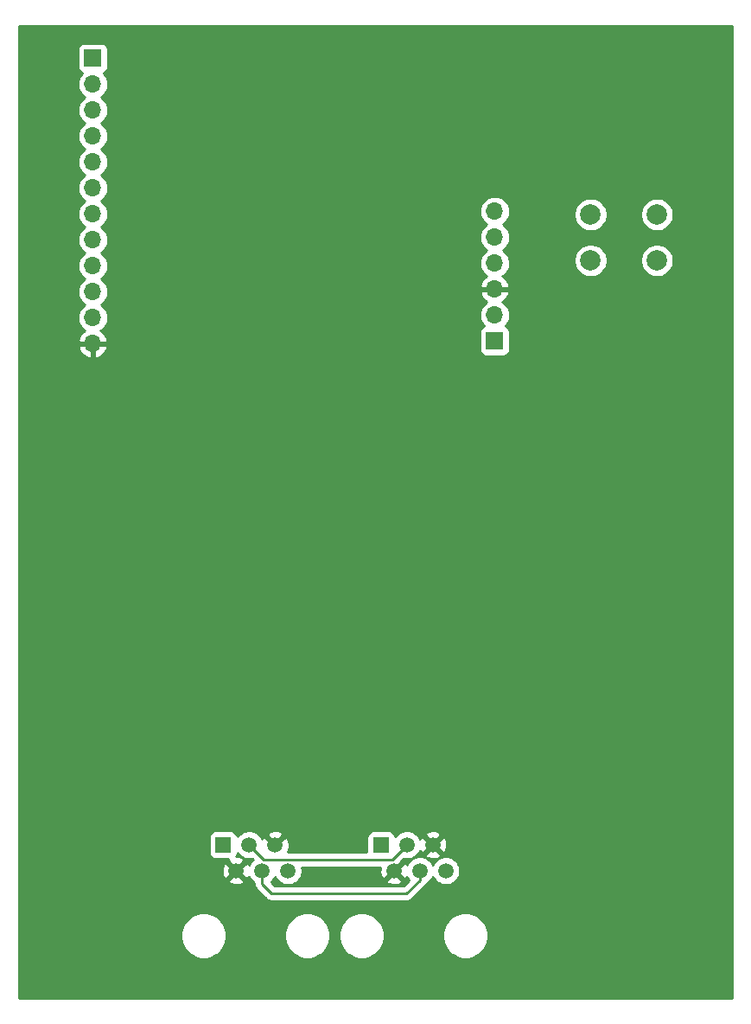
<source format=gbr>
G04 #@! TF.GenerationSoftware,KiCad,Pcbnew,(5.1.2)-2*
G04 #@! TF.CreationDate,2019-10-26T17:19:00+01:00*
G04 #@! TF.ProjectId,canbus_boiler_switch,63616e62-7573-45f6-926f-696c65725f73,rev?*
G04 #@! TF.SameCoordinates,Original*
G04 #@! TF.FileFunction,Copper,L2,Bot*
G04 #@! TF.FilePolarity,Positive*
%FSLAX46Y46*%
G04 Gerber Fmt 4.6, Leading zero omitted, Abs format (unit mm)*
G04 Created by KiCad (PCBNEW (5.1.2)-2) date 2019-10-26 17:19:00*
%MOMM*%
%LPD*%
G04 APERTURE LIST*
%ADD10R,1.520000X1.520000*%
%ADD11C,1.520000*%
%ADD12C,2.000000*%
%ADD13O,1.700000X1.700000*%
%ADD14R,1.700000X1.700000*%
%ADD15C,0.800000*%
%ADD16C,0.250000*%
%ADD17C,0.254000*%
G04 APERTURE END LIST*
D10*
X63820000Y-200214000D03*
D11*
X65090000Y-202754000D03*
X66360000Y-200214000D03*
X67630000Y-202754000D03*
X68900000Y-200214000D03*
X70170000Y-202754000D03*
D10*
X79290000Y-200214000D03*
D11*
X80560000Y-202754000D03*
X81830000Y-200214000D03*
X83100000Y-202754000D03*
X84370000Y-200214000D03*
X85640000Y-202754000D03*
D12*
X99822000Y-143002000D03*
X99822000Y-138502000D03*
X106322000Y-143002000D03*
X106322000Y-138502000D03*
D13*
X51054000Y-151130000D03*
X51054000Y-148590000D03*
X51054000Y-146050000D03*
X51054000Y-143510000D03*
X51054000Y-140970000D03*
X51054000Y-138430000D03*
X51054000Y-135890000D03*
X51054000Y-133350000D03*
X51054000Y-130810000D03*
X51054000Y-128270000D03*
X51054000Y-125730000D03*
D14*
X51054000Y-123190000D03*
D13*
X90424000Y-138176000D03*
X90424000Y-140716000D03*
X90424000Y-143256000D03*
X90424000Y-145796000D03*
X90424000Y-148336000D03*
D14*
X90424000Y-150876000D03*
D15*
X76708000Y-195326000D03*
X78994000Y-195326000D03*
X81280000Y-195326000D03*
X68580000Y-163576000D03*
X68580000Y-165100000D03*
D16*
X81070001Y-200973999D02*
X81830000Y-200214000D01*
X80375001Y-201668999D02*
X81070001Y-200973999D01*
X67814999Y-201668999D02*
X80375001Y-201668999D01*
X66360000Y-200214000D02*
X67814999Y-201668999D01*
X83100000Y-203666000D02*
X83100000Y-202754000D01*
X81788000Y-204978000D02*
X83100000Y-203666000D01*
X68580000Y-204978000D02*
X81788000Y-204978000D01*
X67630000Y-202754000D02*
X67630000Y-204028000D01*
X67630000Y-204028000D02*
X68580000Y-204978000D01*
D17*
G36*
X113640001Y-215240000D02*
G01*
X43840000Y-215240000D01*
X43840000Y-208881409D01*
X59650000Y-208881409D01*
X59650000Y-209326591D01*
X59736851Y-209763218D01*
X59907214Y-210174511D01*
X60154544Y-210544666D01*
X60469334Y-210859456D01*
X60839489Y-211106786D01*
X61250782Y-211277149D01*
X61687409Y-211364000D01*
X62132591Y-211364000D01*
X62569218Y-211277149D01*
X62980511Y-211106786D01*
X63350666Y-210859456D01*
X63665456Y-210544666D01*
X63912786Y-210174511D01*
X64083149Y-209763218D01*
X64170000Y-209326591D01*
X64170000Y-208881409D01*
X69810000Y-208881409D01*
X69810000Y-209326591D01*
X69896851Y-209763218D01*
X70067214Y-210174511D01*
X70314544Y-210544666D01*
X70629334Y-210859456D01*
X70999489Y-211106786D01*
X71410782Y-211277149D01*
X71847409Y-211364000D01*
X72292591Y-211364000D01*
X72729218Y-211277149D01*
X73140511Y-211106786D01*
X73510666Y-210859456D01*
X73825456Y-210544666D01*
X74072786Y-210174511D01*
X74243149Y-209763218D01*
X74330000Y-209326591D01*
X74330000Y-208881409D01*
X75120000Y-208881409D01*
X75120000Y-209326591D01*
X75206851Y-209763218D01*
X75377214Y-210174511D01*
X75624544Y-210544666D01*
X75939334Y-210859456D01*
X76309489Y-211106786D01*
X76720782Y-211277149D01*
X77157409Y-211364000D01*
X77602591Y-211364000D01*
X78039218Y-211277149D01*
X78450511Y-211106786D01*
X78820666Y-210859456D01*
X79135456Y-210544666D01*
X79382786Y-210174511D01*
X79553149Y-209763218D01*
X79640000Y-209326591D01*
X79640000Y-208881409D01*
X85280000Y-208881409D01*
X85280000Y-209326591D01*
X85366851Y-209763218D01*
X85537214Y-210174511D01*
X85784544Y-210544666D01*
X86099334Y-210859456D01*
X86469489Y-211106786D01*
X86880782Y-211277149D01*
X87317409Y-211364000D01*
X87762591Y-211364000D01*
X88199218Y-211277149D01*
X88610511Y-211106786D01*
X88980666Y-210859456D01*
X89295456Y-210544666D01*
X89542786Y-210174511D01*
X89713149Y-209763218D01*
X89800000Y-209326591D01*
X89800000Y-208881409D01*
X89713149Y-208444782D01*
X89542786Y-208033489D01*
X89295456Y-207663334D01*
X88980666Y-207348544D01*
X88610511Y-207101214D01*
X88199218Y-206930851D01*
X87762591Y-206844000D01*
X87317409Y-206844000D01*
X86880782Y-206930851D01*
X86469489Y-207101214D01*
X86099334Y-207348544D01*
X85784544Y-207663334D01*
X85537214Y-208033489D01*
X85366851Y-208444782D01*
X85280000Y-208881409D01*
X79640000Y-208881409D01*
X79553149Y-208444782D01*
X79382786Y-208033489D01*
X79135456Y-207663334D01*
X78820666Y-207348544D01*
X78450511Y-207101214D01*
X78039218Y-206930851D01*
X77602591Y-206844000D01*
X77157409Y-206844000D01*
X76720782Y-206930851D01*
X76309489Y-207101214D01*
X75939334Y-207348544D01*
X75624544Y-207663334D01*
X75377214Y-208033489D01*
X75206851Y-208444782D01*
X75120000Y-208881409D01*
X74330000Y-208881409D01*
X74243149Y-208444782D01*
X74072786Y-208033489D01*
X73825456Y-207663334D01*
X73510666Y-207348544D01*
X73140511Y-207101214D01*
X72729218Y-206930851D01*
X72292591Y-206844000D01*
X71847409Y-206844000D01*
X71410782Y-206930851D01*
X70999489Y-207101214D01*
X70629334Y-207348544D01*
X70314544Y-207663334D01*
X70067214Y-208033489D01*
X69896851Y-208444782D01*
X69810000Y-208881409D01*
X64170000Y-208881409D01*
X64083149Y-208444782D01*
X63912786Y-208033489D01*
X63665456Y-207663334D01*
X63350666Y-207348544D01*
X62980511Y-207101214D01*
X62569218Y-206930851D01*
X62132591Y-206844000D01*
X61687409Y-206844000D01*
X61250782Y-206930851D01*
X60839489Y-207101214D01*
X60469334Y-207348544D01*
X60154544Y-207663334D01*
X59907214Y-208033489D01*
X59736851Y-208444782D01*
X59650000Y-208881409D01*
X43840000Y-208881409D01*
X43840000Y-203718137D01*
X64305469Y-203718137D01*
X64372206Y-203958025D01*
X64620892Y-204074924D01*
X64887606Y-204141061D01*
X65162097Y-204153895D01*
X65433817Y-204112931D01*
X65692326Y-204019744D01*
X65807794Y-203958025D01*
X65874531Y-203718137D01*
X65090000Y-202933605D01*
X64305469Y-203718137D01*
X43840000Y-203718137D01*
X43840000Y-202826097D01*
X63690105Y-202826097D01*
X63731069Y-203097817D01*
X63824256Y-203356326D01*
X63885975Y-203471794D01*
X64125863Y-203538531D01*
X64910395Y-202754000D01*
X64125863Y-201969469D01*
X63885975Y-202036206D01*
X63769076Y-202284892D01*
X63702939Y-202551606D01*
X63690105Y-202826097D01*
X43840000Y-202826097D01*
X43840000Y-199454000D01*
X62421928Y-199454000D01*
X62421928Y-200974000D01*
X62434188Y-201098482D01*
X62470498Y-201218180D01*
X62529463Y-201328494D01*
X62608815Y-201425185D01*
X62705506Y-201504537D01*
X62815820Y-201563502D01*
X62935518Y-201599812D01*
X63060000Y-201612072D01*
X64354931Y-201612072D01*
X64305469Y-201789863D01*
X65090000Y-202574395D01*
X65874531Y-201789863D01*
X65807794Y-201549975D01*
X65559108Y-201433076D01*
X65292394Y-201366939D01*
X65086872Y-201357330D01*
X65110537Y-201328494D01*
X65169502Y-201218180D01*
X65205812Y-201098482D01*
X65214474Y-201010533D01*
X65276433Y-201103261D01*
X65470739Y-201297567D01*
X65699220Y-201450233D01*
X65953093Y-201555391D01*
X66222604Y-201609000D01*
X66497396Y-201609000D01*
X66649870Y-201578671D01*
X66741274Y-201670076D01*
X66740739Y-201670433D01*
X66546433Y-201864739D01*
X66393767Y-202093220D01*
X66362170Y-202169501D01*
X66355744Y-202151674D01*
X66294025Y-202036206D01*
X66054137Y-201969469D01*
X65269605Y-202754000D01*
X66054137Y-203538531D01*
X66294025Y-203471794D01*
X66359600Y-203332293D01*
X66393767Y-203414780D01*
X66546433Y-203643261D01*
X66740739Y-203837567D01*
X66870001Y-203923937D01*
X66870001Y-203990668D01*
X66866324Y-204028000D01*
X66870001Y-204065333D01*
X66880998Y-204176986D01*
X66893439Y-204218000D01*
X66924454Y-204320246D01*
X66995026Y-204452276D01*
X67066201Y-204539002D01*
X67090000Y-204568001D01*
X67118998Y-204591799D01*
X68016201Y-205489003D01*
X68039999Y-205518001D01*
X68068997Y-205541799D01*
X68155723Y-205612974D01*
X68287753Y-205683546D01*
X68431014Y-205727003D01*
X68542667Y-205738000D01*
X68542677Y-205738000D01*
X68580000Y-205741676D01*
X68617323Y-205738000D01*
X81750678Y-205738000D01*
X81788000Y-205741676D01*
X81825322Y-205738000D01*
X81825333Y-205738000D01*
X81936986Y-205727003D01*
X82080247Y-205683546D01*
X82212276Y-205612974D01*
X82328001Y-205518001D01*
X82351804Y-205488997D01*
X83611004Y-204229798D01*
X83640001Y-204206001D01*
X83734974Y-204090276D01*
X83803821Y-203961474D01*
X83989261Y-203837567D01*
X84183567Y-203643261D01*
X84336233Y-203414780D01*
X84370000Y-203333260D01*
X84403767Y-203414780D01*
X84556433Y-203643261D01*
X84750739Y-203837567D01*
X84979220Y-203990233D01*
X85233093Y-204095391D01*
X85502604Y-204149000D01*
X85777396Y-204149000D01*
X86046907Y-204095391D01*
X86300780Y-203990233D01*
X86529261Y-203837567D01*
X86723567Y-203643261D01*
X86876233Y-203414780D01*
X86981391Y-203160907D01*
X87035000Y-202891396D01*
X87035000Y-202616604D01*
X86981391Y-202347093D01*
X86876233Y-202093220D01*
X86723567Y-201864739D01*
X86529261Y-201670433D01*
X86300780Y-201517767D01*
X86046907Y-201412609D01*
X85777396Y-201359000D01*
X85502604Y-201359000D01*
X85233093Y-201412609D01*
X84979220Y-201517767D01*
X84750739Y-201670433D01*
X84556433Y-201864739D01*
X84403767Y-202093220D01*
X84370000Y-202174740D01*
X84336233Y-202093220D01*
X84183567Y-201864739D01*
X83989261Y-201670433D01*
X83760780Y-201517767D01*
X83506907Y-201412609D01*
X83237396Y-201359000D01*
X82962604Y-201359000D01*
X82693093Y-201412609D01*
X82439220Y-201517767D01*
X82210739Y-201670433D01*
X82016433Y-201864739D01*
X81863767Y-202093220D01*
X81832170Y-202169501D01*
X81825744Y-202151674D01*
X81764025Y-202036206D01*
X81524137Y-201969469D01*
X80739605Y-202754000D01*
X81524137Y-203538531D01*
X81764025Y-203471794D01*
X81829600Y-203332293D01*
X81863767Y-203414780D01*
X82016433Y-203643261D01*
X82032185Y-203659013D01*
X81473199Y-204218000D01*
X68894802Y-204218000D01*
X68516328Y-203839527D01*
X68519261Y-203837567D01*
X68713567Y-203643261D01*
X68866233Y-203414780D01*
X68900000Y-203333260D01*
X68933767Y-203414780D01*
X69086433Y-203643261D01*
X69280739Y-203837567D01*
X69509220Y-203990233D01*
X69763093Y-204095391D01*
X70032604Y-204149000D01*
X70307396Y-204149000D01*
X70576907Y-204095391D01*
X70830780Y-203990233D01*
X71059261Y-203837567D01*
X71178691Y-203718137D01*
X79775469Y-203718137D01*
X79842206Y-203958025D01*
X80090892Y-204074924D01*
X80357606Y-204141061D01*
X80632097Y-204153895D01*
X80903817Y-204112931D01*
X81162326Y-204019744D01*
X81277794Y-203958025D01*
X81344531Y-203718137D01*
X80560000Y-202933605D01*
X79775469Y-203718137D01*
X71178691Y-203718137D01*
X71253567Y-203643261D01*
X71406233Y-203414780D01*
X71511391Y-203160907D01*
X71565000Y-202891396D01*
X71565000Y-202616604D01*
X71527683Y-202428999D01*
X79203342Y-202428999D01*
X79172939Y-202551606D01*
X79160105Y-202826097D01*
X79201069Y-203097817D01*
X79294256Y-203356326D01*
X79355975Y-203471794D01*
X79595863Y-203538531D01*
X80380395Y-202754000D01*
X80366253Y-202739858D01*
X80545858Y-202560252D01*
X80560000Y-202574395D01*
X81344531Y-201789863D01*
X81341137Y-201777665D01*
X81540131Y-201578671D01*
X81692604Y-201609000D01*
X81967396Y-201609000D01*
X82236907Y-201555391D01*
X82490780Y-201450233D01*
X82719261Y-201297567D01*
X82838691Y-201178137D01*
X83585469Y-201178137D01*
X83652206Y-201418025D01*
X83900892Y-201534924D01*
X84167606Y-201601061D01*
X84442097Y-201613895D01*
X84713817Y-201572931D01*
X84972326Y-201479744D01*
X85087794Y-201418025D01*
X85154531Y-201178137D01*
X84370000Y-200393605D01*
X83585469Y-201178137D01*
X82838691Y-201178137D01*
X82913567Y-201103261D01*
X83066233Y-200874780D01*
X83097830Y-200798499D01*
X83104256Y-200816326D01*
X83165975Y-200931794D01*
X83405863Y-200998531D01*
X84190395Y-200214000D01*
X84549605Y-200214000D01*
X85334137Y-200998531D01*
X85574025Y-200931794D01*
X85690924Y-200683108D01*
X85757061Y-200416394D01*
X85769895Y-200141903D01*
X85728931Y-199870183D01*
X85635744Y-199611674D01*
X85574025Y-199496206D01*
X85334137Y-199429469D01*
X84549605Y-200214000D01*
X84190395Y-200214000D01*
X83405863Y-199429469D01*
X83165975Y-199496206D01*
X83100400Y-199635707D01*
X83066233Y-199553220D01*
X82913567Y-199324739D01*
X82838691Y-199249863D01*
X83585469Y-199249863D01*
X84370000Y-200034395D01*
X85154531Y-199249863D01*
X85087794Y-199009975D01*
X84839108Y-198893076D01*
X84572394Y-198826939D01*
X84297903Y-198814105D01*
X84026183Y-198855069D01*
X83767674Y-198948256D01*
X83652206Y-199009975D01*
X83585469Y-199249863D01*
X82838691Y-199249863D01*
X82719261Y-199130433D01*
X82490780Y-198977767D01*
X82236907Y-198872609D01*
X81967396Y-198819000D01*
X81692604Y-198819000D01*
X81423093Y-198872609D01*
X81169220Y-198977767D01*
X80940739Y-199130433D01*
X80746433Y-199324739D01*
X80684474Y-199417467D01*
X80675812Y-199329518D01*
X80639502Y-199209820D01*
X80580537Y-199099506D01*
X80501185Y-199002815D01*
X80404494Y-198923463D01*
X80294180Y-198864498D01*
X80174482Y-198828188D01*
X80050000Y-198815928D01*
X78530000Y-198815928D01*
X78405518Y-198828188D01*
X78285820Y-198864498D01*
X78175506Y-198923463D01*
X78078815Y-199002815D01*
X77999463Y-199099506D01*
X77940498Y-199209820D01*
X77904188Y-199329518D01*
X77891928Y-199454000D01*
X77891928Y-200908999D01*
X70114740Y-200908999D01*
X70220924Y-200683108D01*
X70287061Y-200416394D01*
X70299895Y-200141903D01*
X70258931Y-199870183D01*
X70165744Y-199611674D01*
X70104025Y-199496206D01*
X69864137Y-199429469D01*
X69079605Y-200214000D01*
X69093748Y-200228142D01*
X68914142Y-200407748D01*
X68900000Y-200393605D01*
X68885858Y-200407748D01*
X68706252Y-200228142D01*
X68720395Y-200214000D01*
X67935863Y-199429469D01*
X67695975Y-199496206D01*
X67630400Y-199635707D01*
X67596233Y-199553220D01*
X67443567Y-199324739D01*
X67368691Y-199249863D01*
X68115469Y-199249863D01*
X68900000Y-200034395D01*
X69684531Y-199249863D01*
X69617794Y-199009975D01*
X69369108Y-198893076D01*
X69102394Y-198826939D01*
X68827903Y-198814105D01*
X68556183Y-198855069D01*
X68297674Y-198948256D01*
X68182206Y-199009975D01*
X68115469Y-199249863D01*
X67368691Y-199249863D01*
X67249261Y-199130433D01*
X67020780Y-198977767D01*
X66766907Y-198872609D01*
X66497396Y-198819000D01*
X66222604Y-198819000D01*
X65953093Y-198872609D01*
X65699220Y-198977767D01*
X65470739Y-199130433D01*
X65276433Y-199324739D01*
X65214474Y-199417467D01*
X65205812Y-199329518D01*
X65169502Y-199209820D01*
X65110537Y-199099506D01*
X65031185Y-199002815D01*
X64934494Y-198923463D01*
X64824180Y-198864498D01*
X64704482Y-198828188D01*
X64580000Y-198815928D01*
X63060000Y-198815928D01*
X62935518Y-198828188D01*
X62815820Y-198864498D01*
X62705506Y-198923463D01*
X62608815Y-199002815D01*
X62529463Y-199099506D01*
X62470498Y-199209820D01*
X62434188Y-199329518D01*
X62421928Y-199454000D01*
X43840000Y-199454000D01*
X43840000Y-151486890D01*
X49612524Y-151486890D01*
X49657175Y-151634099D01*
X49782359Y-151896920D01*
X49956412Y-152130269D01*
X50172645Y-152325178D01*
X50422748Y-152474157D01*
X50697109Y-152571481D01*
X50927000Y-152450814D01*
X50927000Y-151257000D01*
X51181000Y-151257000D01*
X51181000Y-152450814D01*
X51410891Y-152571481D01*
X51685252Y-152474157D01*
X51935355Y-152325178D01*
X52151588Y-152130269D01*
X52325641Y-151896920D01*
X52450825Y-151634099D01*
X52495476Y-151486890D01*
X52374155Y-151257000D01*
X51181000Y-151257000D01*
X50927000Y-151257000D01*
X49733845Y-151257000D01*
X49612524Y-151486890D01*
X43840000Y-151486890D01*
X43840000Y-125730000D01*
X49561815Y-125730000D01*
X49590487Y-126021111D01*
X49675401Y-126301034D01*
X49813294Y-126559014D01*
X49998866Y-126785134D01*
X50224986Y-126970706D01*
X50279791Y-127000000D01*
X50224986Y-127029294D01*
X49998866Y-127214866D01*
X49813294Y-127440986D01*
X49675401Y-127698966D01*
X49590487Y-127978889D01*
X49561815Y-128270000D01*
X49590487Y-128561111D01*
X49675401Y-128841034D01*
X49813294Y-129099014D01*
X49998866Y-129325134D01*
X50224986Y-129510706D01*
X50279791Y-129540000D01*
X50224986Y-129569294D01*
X49998866Y-129754866D01*
X49813294Y-129980986D01*
X49675401Y-130238966D01*
X49590487Y-130518889D01*
X49561815Y-130810000D01*
X49590487Y-131101111D01*
X49675401Y-131381034D01*
X49813294Y-131639014D01*
X49998866Y-131865134D01*
X50224986Y-132050706D01*
X50279791Y-132080000D01*
X50224986Y-132109294D01*
X49998866Y-132294866D01*
X49813294Y-132520986D01*
X49675401Y-132778966D01*
X49590487Y-133058889D01*
X49561815Y-133350000D01*
X49590487Y-133641111D01*
X49675401Y-133921034D01*
X49813294Y-134179014D01*
X49998866Y-134405134D01*
X50224986Y-134590706D01*
X50279791Y-134620000D01*
X50224986Y-134649294D01*
X49998866Y-134834866D01*
X49813294Y-135060986D01*
X49675401Y-135318966D01*
X49590487Y-135598889D01*
X49561815Y-135890000D01*
X49590487Y-136181111D01*
X49675401Y-136461034D01*
X49813294Y-136719014D01*
X49998866Y-136945134D01*
X50224986Y-137130706D01*
X50279791Y-137160000D01*
X50224986Y-137189294D01*
X49998866Y-137374866D01*
X49813294Y-137600986D01*
X49675401Y-137858966D01*
X49590487Y-138138889D01*
X49561815Y-138430000D01*
X49590487Y-138721111D01*
X49675401Y-139001034D01*
X49813294Y-139259014D01*
X49998866Y-139485134D01*
X50224986Y-139670706D01*
X50279791Y-139700000D01*
X50224986Y-139729294D01*
X49998866Y-139914866D01*
X49813294Y-140140986D01*
X49675401Y-140398966D01*
X49590487Y-140678889D01*
X49561815Y-140970000D01*
X49590487Y-141261111D01*
X49675401Y-141541034D01*
X49813294Y-141799014D01*
X49998866Y-142025134D01*
X50224986Y-142210706D01*
X50279791Y-142240000D01*
X50224986Y-142269294D01*
X49998866Y-142454866D01*
X49813294Y-142680986D01*
X49675401Y-142938966D01*
X49590487Y-143218889D01*
X49561815Y-143510000D01*
X49590487Y-143801111D01*
X49675401Y-144081034D01*
X49813294Y-144339014D01*
X49998866Y-144565134D01*
X50224986Y-144750706D01*
X50279791Y-144780000D01*
X50224986Y-144809294D01*
X49998866Y-144994866D01*
X49813294Y-145220986D01*
X49675401Y-145478966D01*
X49590487Y-145758889D01*
X49561815Y-146050000D01*
X49590487Y-146341111D01*
X49675401Y-146621034D01*
X49813294Y-146879014D01*
X49998866Y-147105134D01*
X50224986Y-147290706D01*
X50279791Y-147320000D01*
X50224986Y-147349294D01*
X49998866Y-147534866D01*
X49813294Y-147760986D01*
X49675401Y-148018966D01*
X49590487Y-148298889D01*
X49561815Y-148590000D01*
X49590487Y-148881111D01*
X49675401Y-149161034D01*
X49813294Y-149419014D01*
X49998866Y-149645134D01*
X50224986Y-149830706D01*
X50289523Y-149865201D01*
X50172645Y-149934822D01*
X49956412Y-150129731D01*
X49782359Y-150363080D01*
X49657175Y-150625901D01*
X49612524Y-150773110D01*
X49733845Y-151003000D01*
X50927000Y-151003000D01*
X50927000Y-150983000D01*
X51181000Y-150983000D01*
X51181000Y-151003000D01*
X52374155Y-151003000D01*
X52495476Y-150773110D01*
X52450825Y-150625901D01*
X52325641Y-150363080D01*
X52151588Y-150129731D01*
X51935355Y-149934822D01*
X51818477Y-149865201D01*
X51883014Y-149830706D01*
X52109134Y-149645134D01*
X52294706Y-149419014D01*
X52432599Y-149161034D01*
X52517513Y-148881111D01*
X52546185Y-148590000D01*
X52521169Y-148336000D01*
X88931815Y-148336000D01*
X88960487Y-148627111D01*
X89045401Y-148907034D01*
X89183294Y-149165014D01*
X89368866Y-149391134D01*
X89398687Y-149415607D01*
X89329820Y-149436498D01*
X89219506Y-149495463D01*
X89122815Y-149574815D01*
X89043463Y-149671506D01*
X88984498Y-149781820D01*
X88948188Y-149901518D01*
X88935928Y-150026000D01*
X88935928Y-151726000D01*
X88948188Y-151850482D01*
X88984498Y-151970180D01*
X89043463Y-152080494D01*
X89122815Y-152177185D01*
X89219506Y-152256537D01*
X89329820Y-152315502D01*
X89449518Y-152351812D01*
X89574000Y-152364072D01*
X91274000Y-152364072D01*
X91398482Y-152351812D01*
X91518180Y-152315502D01*
X91628494Y-152256537D01*
X91725185Y-152177185D01*
X91804537Y-152080494D01*
X91863502Y-151970180D01*
X91899812Y-151850482D01*
X91912072Y-151726000D01*
X91912072Y-150026000D01*
X91899812Y-149901518D01*
X91863502Y-149781820D01*
X91804537Y-149671506D01*
X91725185Y-149574815D01*
X91628494Y-149495463D01*
X91518180Y-149436498D01*
X91449313Y-149415607D01*
X91479134Y-149391134D01*
X91664706Y-149165014D01*
X91802599Y-148907034D01*
X91887513Y-148627111D01*
X91916185Y-148336000D01*
X91887513Y-148044889D01*
X91802599Y-147764966D01*
X91664706Y-147506986D01*
X91479134Y-147280866D01*
X91253014Y-147095294D01*
X91188477Y-147060799D01*
X91305355Y-146991178D01*
X91521588Y-146796269D01*
X91695641Y-146562920D01*
X91820825Y-146300099D01*
X91865476Y-146152890D01*
X91744155Y-145923000D01*
X90551000Y-145923000D01*
X90551000Y-145943000D01*
X90297000Y-145943000D01*
X90297000Y-145923000D01*
X89103845Y-145923000D01*
X88982524Y-146152890D01*
X89027175Y-146300099D01*
X89152359Y-146562920D01*
X89326412Y-146796269D01*
X89542645Y-146991178D01*
X89659523Y-147060799D01*
X89594986Y-147095294D01*
X89368866Y-147280866D01*
X89183294Y-147506986D01*
X89045401Y-147764966D01*
X88960487Y-148044889D01*
X88931815Y-148336000D01*
X52521169Y-148336000D01*
X52517513Y-148298889D01*
X52432599Y-148018966D01*
X52294706Y-147760986D01*
X52109134Y-147534866D01*
X51883014Y-147349294D01*
X51828209Y-147320000D01*
X51883014Y-147290706D01*
X52109134Y-147105134D01*
X52294706Y-146879014D01*
X52432599Y-146621034D01*
X52517513Y-146341111D01*
X52546185Y-146050000D01*
X52517513Y-145758889D01*
X52432599Y-145478966D01*
X52294706Y-145220986D01*
X52109134Y-144994866D01*
X51883014Y-144809294D01*
X51828209Y-144780000D01*
X51883014Y-144750706D01*
X52109134Y-144565134D01*
X52294706Y-144339014D01*
X52432599Y-144081034D01*
X52517513Y-143801111D01*
X52546185Y-143510000D01*
X52517513Y-143218889D01*
X52432599Y-142938966D01*
X52294706Y-142680986D01*
X52109134Y-142454866D01*
X51883014Y-142269294D01*
X51828209Y-142240000D01*
X51883014Y-142210706D01*
X52109134Y-142025134D01*
X52294706Y-141799014D01*
X52432599Y-141541034D01*
X52517513Y-141261111D01*
X52546185Y-140970000D01*
X52517513Y-140678889D01*
X52432599Y-140398966D01*
X52294706Y-140140986D01*
X52109134Y-139914866D01*
X51883014Y-139729294D01*
X51828209Y-139700000D01*
X51883014Y-139670706D01*
X52109134Y-139485134D01*
X52294706Y-139259014D01*
X52432599Y-139001034D01*
X52517513Y-138721111D01*
X52546185Y-138430000D01*
X52521169Y-138176000D01*
X88931815Y-138176000D01*
X88960487Y-138467111D01*
X89045401Y-138747034D01*
X89183294Y-139005014D01*
X89368866Y-139231134D01*
X89594986Y-139416706D01*
X89649791Y-139446000D01*
X89594986Y-139475294D01*
X89368866Y-139660866D01*
X89183294Y-139886986D01*
X89045401Y-140144966D01*
X88960487Y-140424889D01*
X88931815Y-140716000D01*
X88960487Y-141007111D01*
X89045401Y-141287034D01*
X89183294Y-141545014D01*
X89368866Y-141771134D01*
X89594986Y-141956706D01*
X89649791Y-141986000D01*
X89594986Y-142015294D01*
X89368866Y-142200866D01*
X89183294Y-142426986D01*
X89045401Y-142684966D01*
X88960487Y-142964889D01*
X88931815Y-143256000D01*
X88960487Y-143547111D01*
X89045401Y-143827034D01*
X89183294Y-144085014D01*
X89368866Y-144311134D01*
X89594986Y-144496706D01*
X89659523Y-144531201D01*
X89542645Y-144600822D01*
X89326412Y-144795731D01*
X89152359Y-145029080D01*
X89027175Y-145291901D01*
X88982524Y-145439110D01*
X89103845Y-145669000D01*
X90297000Y-145669000D01*
X90297000Y-145649000D01*
X90551000Y-145649000D01*
X90551000Y-145669000D01*
X91744155Y-145669000D01*
X91865476Y-145439110D01*
X91820825Y-145291901D01*
X91695641Y-145029080D01*
X91521588Y-144795731D01*
X91305355Y-144600822D01*
X91188477Y-144531201D01*
X91253014Y-144496706D01*
X91479134Y-144311134D01*
X91664706Y-144085014D01*
X91802599Y-143827034D01*
X91887513Y-143547111D01*
X91916185Y-143256000D01*
X91887513Y-142964889D01*
X91849922Y-142840967D01*
X98187000Y-142840967D01*
X98187000Y-143163033D01*
X98249832Y-143478912D01*
X98373082Y-143776463D01*
X98552013Y-144044252D01*
X98779748Y-144271987D01*
X99047537Y-144450918D01*
X99345088Y-144574168D01*
X99660967Y-144637000D01*
X99983033Y-144637000D01*
X100298912Y-144574168D01*
X100596463Y-144450918D01*
X100864252Y-144271987D01*
X101091987Y-144044252D01*
X101270918Y-143776463D01*
X101394168Y-143478912D01*
X101457000Y-143163033D01*
X101457000Y-142840967D01*
X104687000Y-142840967D01*
X104687000Y-143163033D01*
X104749832Y-143478912D01*
X104873082Y-143776463D01*
X105052013Y-144044252D01*
X105279748Y-144271987D01*
X105547537Y-144450918D01*
X105845088Y-144574168D01*
X106160967Y-144637000D01*
X106483033Y-144637000D01*
X106798912Y-144574168D01*
X107096463Y-144450918D01*
X107364252Y-144271987D01*
X107591987Y-144044252D01*
X107770918Y-143776463D01*
X107894168Y-143478912D01*
X107957000Y-143163033D01*
X107957000Y-142840967D01*
X107894168Y-142525088D01*
X107770918Y-142227537D01*
X107591987Y-141959748D01*
X107364252Y-141732013D01*
X107096463Y-141553082D01*
X106798912Y-141429832D01*
X106483033Y-141367000D01*
X106160967Y-141367000D01*
X105845088Y-141429832D01*
X105547537Y-141553082D01*
X105279748Y-141732013D01*
X105052013Y-141959748D01*
X104873082Y-142227537D01*
X104749832Y-142525088D01*
X104687000Y-142840967D01*
X101457000Y-142840967D01*
X101394168Y-142525088D01*
X101270918Y-142227537D01*
X101091987Y-141959748D01*
X100864252Y-141732013D01*
X100596463Y-141553082D01*
X100298912Y-141429832D01*
X99983033Y-141367000D01*
X99660967Y-141367000D01*
X99345088Y-141429832D01*
X99047537Y-141553082D01*
X98779748Y-141732013D01*
X98552013Y-141959748D01*
X98373082Y-142227537D01*
X98249832Y-142525088D01*
X98187000Y-142840967D01*
X91849922Y-142840967D01*
X91802599Y-142684966D01*
X91664706Y-142426986D01*
X91479134Y-142200866D01*
X91253014Y-142015294D01*
X91198209Y-141986000D01*
X91253014Y-141956706D01*
X91479134Y-141771134D01*
X91664706Y-141545014D01*
X91802599Y-141287034D01*
X91887513Y-141007111D01*
X91916185Y-140716000D01*
X91887513Y-140424889D01*
X91802599Y-140144966D01*
X91664706Y-139886986D01*
X91479134Y-139660866D01*
X91253014Y-139475294D01*
X91198209Y-139446000D01*
X91253014Y-139416706D01*
X91479134Y-139231134D01*
X91664706Y-139005014D01*
X91802599Y-138747034D01*
X91887513Y-138467111D01*
X91899937Y-138340967D01*
X98187000Y-138340967D01*
X98187000Y-138663033D01*
X98249832Y-138978912D01*
X98373082Y-139276463D01*
X98552013Y-139544252D01*
X98779748Y-139771987D01*
X99047537Y-139950918D01*
X99345088Y-140074168D01*
X99660967Y-140137000D01*
X99983033Y-140137000D01*
X100298912Y-140074168D01*
X100596463Y-139950918D01*
X100864252Y-139771987D01*
X101091987Y-139544252D01*
X101270918Y-139276463D01*
X101394168Y-138978912D01*
X101457000Y-138663033D01*
X101457000Y-138340967D01*
X104687000Y-138340967D01*
X104687000Y-138663033D01*
X104749832Y-138978912D01*
X104873082Y-139276463D01*
X105052013Y-139544252D01*
X105279748Y-139771987D01*
X105547537Y-139950918D01*
X105845088Y-140074168D01*
X106160967Y-140137000D01*
X106483033Y-140137000D01*
X106798912Y-140074168D01*
X107096463Y-139950918D01*
X107364252Y-139771987D01*
X107591987Y-139544252D01*
X107770918Y-139276463D01*
X107894168Y-138978912D01*
X107957000Y-138663033D01*
X107957000Y-138340967D01*
X107894168Y-138025088D01*
X107770918Y-137727537D01*
X107591987Y-137459748D01*
X107364252Y-137232013D01*
X107096463Y-137053082D01*
X106798912Y-136929832D01*
X106483033Y-136867000D01*
X106160967Y-136867000D01*
X105845088Y-136929832D01*
X105547537Y-137053082D01*
X105279748Y-137232013D01*
X105052013Y-137459748D01*
X104873082Y-137727537D01*
X104749832Y-138025088D01*
X104687000Y-138340967D01*
X101457000Y-138340967D01*
X101394168Y-138025088D01*
X101270918Y-137727537D01*
X101091987Y-137459748D01*
X100864252Y-137232013D01*
X100596463Y-137053082D01*
X100298912Y-136929832D01*
X99983033Y-136867000D01*
X99660967Y-136867000D01*
X99345088Y-136929832D01*
X99047537Y-137053082D01*
X98779748Y-137232013D01*
X98552013Y-137459748D01*
X98373082Y-137727537D01*
X98249832Y-138025088D01*
X98187000Y-138340967D01*
X91899937Y-138340967D01*
X91916185Y-138176000D01*
X91887513Y-137884889D01*
X91802599Y-137604966D01*
X91664706Y-137346986D01*
X91479134Y-137120866D01*
X91253014Y-136935294D01*
X90995034Y-136797401D01*
X90715111Y-136712487D01*
X90496950Y-136691000D01*
X90351050Y-136691000D01*
X90132889Y-136712487D01*
X89852966Y-136797401D01*
X89594986Y-136935294D01*
X89368866Y-137120866D01*
X89183294Y-137346986D01*
X89045401Y-137604966D01*
X88960487Y-137884889D01*
X88931815Y-138176000D01*
X52521169Y-138176000D01*
X52517513Y-138138889D01*
X52432599Y-137858966D01*
X52294706Y-137600986D01*
X52109134Y-137374866D01*
X51883014Y-137189294D01*
X51828209Y-137160000D01*
X51883014Y-137130706D01*
X52109134Y-136945134D01*
X52294706Y-136719014D01*
X52432599Y-136461034D01*
X52517513Y-136181111D01*
X52546185Y-135890000D01*
X52517513Y-135598889D01*
X52432599Y-135318966D01*
X52294706Y-135060986D01*
X52109134Y-134834866D01*
X51883014Y-134649294D01*
X51828209Y-134620000D01*
X51883014Y-134590706D01*
X52109134Y-134405134D01*
X52294706Y-134179014D01*
X52432599Y-133921034D01*
X52517513Y-133641111D01*
X52546185Y-133350000D01*
X52517513Y-133058889D01*
X52432599Y-132778966D01*
X52294706Y-132520986D01*
X52109134Y-132294866D01*
X51883014Y-132109294D01*
X51828209Y-132080000D01*
X51883014Y-132050706D01*
X52109134Y-131865134D01*
X52294706Y-131639014D01*
X52432599Y-131381034D01*
X52517513Y-131101111D01*
X52546185Y-130810000D01*
X52517513Y-130518889D01*
X52432599Y-130238966D01*
X52294706Y-129980986D01*
X52109134Y-129754866D01*
X51883014Y-129569294D01*
X51828209Y-129540000D01*
X51883014Y-129510706D01*
X52109134Y-129325134D01*
X52294706Y-129099014D01*
X52432599Y-128841034D01*
X52517513Y-128561111D01*
X52546185Y-128270000D01*
X52517513Y-127978889D01*
X52432599Y-127698966D01*
X52294706Y-127440986D01*
X52109134Y-127214866D01*
X51883014Y-127029294D01*
X51828209Y-127000000D01*
X51883014Y-126970706D01*
X52109134Y-126785134D01*
X52294706Y-126559014D01*
X52432599Y-126301034D01*
X52517513Y-126021111D01*
X52546185Y-125730000D01*
X52517513Y-125438889D01*
X52432599Y-125158966D01*
X52294706Y-124900986D01*
X52109134Y-124674866D01*
X52079313Y-124650393D01*
X52148180Y-124629502D01*
X52258494Y-124570537D01*
X52355185Y-124491185D01*
X52434537Y-124394494D01*
X52493502Y-124284180D01*
X52529812Y-124164482D01*
X52542072Y-124040000D01*
X52542072Y-122340000D01*
X52529812Y-122215518D01*
X52493502Y-122095820D01*
X52434537Y-121985506D01*
X52355185Y-121888815D01*
X52258494Y-121809463D01*
X52148180Y-121750498D01*
X52028482Y-121714188D01*
X51904000Y-121701928D01*
X50204000Y-121701928D01*
X50079518Y-121714188D01*
X49959820Y-121750498D01*
X49849506Y-121809463D01*
X49752815Y-121888815D01*
X49673463Y-121985506D01*
X49614498Y-122095820D01*
X49578188Y-122215518D01*
X49565928Y-122340000D01*
X49565928Y-124040000D01*
X49578188Y-124164482D01*
X49614498Y-124284180D01*
X49673463Y-124394494D01*
X49752815Y-124491185D01*
X49849506Y-124570537D01*
X49959820Y-124629502D01*
X50028687Y-124650393D01*
X49998866Y-124674866D01*
X49813294Y-124900986D01*
X49675401Y-125158966D01*
X49590487Y-125438889D01*
X49561815Y-125730000D01*
X43840000Y-125730000D01*
X43840000Y-120040000D01*
X113640000Y-120040000D01*
X113640001Y-215240000D01*
X113640001Y-215240000D01*
G37*
X113640001Y-215240000D02*
X43840000Y-215240000D01*
X43840000Y-208881409D01*
X59650000Y-208881409D01*
X59650000Y-209326591D01*
X59736851Y-209763218D01*
X59907214Y-210174511D01*
X60154544Y-210544666D01*
X60469334Y-210859456D01*
X60839489Y-211106786D01*
X61250782Y-211277149D01*
X61687409Y-211364000D01*
X62132591Y-211364000D01*
X62569218Y-211277149D01*
X62980511Y-211106786D01*
X63350666Y-210859456D01*
X63665456Y-210544666D01*
X63912786Y-210174511D01*
X64083149Y-209763218D01*
X64170000Y-209326591D01*
X64170000Y-208881409D01*
X69810000Y-208881409D01*
X69810000Y-209326591D01*
X69896851Y-209763218D01*
X70067214Y-210174511D01*
X70314544Y-210544666D01*
X70629334Y-210859456D01*
X70999489Y-211106786D01*
X71410782Y-211277149D01*
X71847409Y-211364000D01*
X72292591Y-211364000D01*
X72729218Y-211277149D01*
X73140511Y-211106786D01*
X73510666Y-210859456D01*
X73825456Y-210544666D01*
X74072786Y-210174511D01*
X74243149Y-209763218D01*
X74330000Y-209326591D01*
X74330000Y-208881409D01*
X75120000Y-208881409D01*
X75120000Y-209326591D01*
X75206851Y-209763218D01*
X75377214Y-210174511D01*
X75624544Y-210544666D01*
X75939334Y-210859456D01*
X76309489Y-211106786D01*
X76720782Y-211277149D01*
X77157409Y-211364000D01*
X77602591Y-211364000D01*
X78039218Y-211277149D01*
X78450511Y-211106786D01*
X78820666Y-210859456D01*
X79135456Y-210544666D01*
X79382786Y-210174511D01*
X79553149Y-209763218D01*
X79640000Y-209326591D01*
X79640000Y-208881409D01*
X85280000Y-208881409D01*
X85280000Y-209326591D01*
X85366851Y-209763218D01*
X85537214Y-210174511D01*
X85784544Y-210544666D01*
X86099334Y-210859456D01*
X86469489Y-211106786D01*
X86880782Y-211277149D01*
X87317409Y-211364000D01*
X87762591Y-211364000D01*
X88199218Y-211277149D01*
X88610511Y-211106786D01*
X88980666Y-210859456D01*
X89295456Y-210544666D01*
X89542786Y-210174511D01*
X89713149Y-209763218D01*
X89800000Y-209326591D01*
X89800000Y-208881409D01*
X89713149Y-208444782D01*
X89542786Y-208033489D01*
X89295456Y-207663334D01*
X88980666Y-207348544D01*
X88610511Y-207101214D01*
X88199218Y-206930851D01*
X87762591Y-206844000D01*
X87317409Y-206844000D01*
X86880782Y-206930851D01*
X86469489Y-207101214D01*
X86099334Y-207348544D01*
X85784544Y-207663334D01*
X85537214Y-208033489D01*
X85366851Y-208444782D01*
X85280000Y-208881409D01*
X79640000Y-208881409D01*
X79553149Y-208444782D01*
X79382786Y-208033489D01*
X79135456Y-207663334D01*
X78820666Y-207348544D01*
X78450511Y-207101214D01*
X78039218Y-206930851D01*
X77602591Y-206844000D01*
X77157409Y-206844000D01*
X76720782Y-206930851D01*
X76309489Y-207101214D01*
X75939334Y-207348544D01*
X75624544Y-207663334D01*
X75377214Y-208033489D01*
X75206851Y-208444782D01*
X75120000Y-208881409D01*
X74330000Y-208881409D01*
X74243149Y-208444782D01*
X74072786Y-208033489D01*
X73825456Y-207663334D01*
X73510666Y-207348544D01*
X73140511Y-207101214D01*
X72729218Y-206930851D01*
X72292591Y-206844000D01*
X71847409Y-206844000D01*
X71410782Y-206930851D01*
X70999489Y-207101214D01*
X70629334Y-207348544D01*
X70314544Y-207663334D01*
X70067214Y-208033489D01*
X69896851Y-208444782D01*
X69810000Y-208881409D01*
X64170000Y-208881409D01*
X64083149Y-208444782D01*
X63912786Y-208033489D01*
X63665456Y-207663334D01*
X63350666Y-207348544D01*
X62980511Y-207101214D01*
X62569218Y-206930851D01*
X62132591Y-206844000D01*
X61687409Y-206844000D01*
X61250782Y-206930851D01*
X60839489Y-207101214D01*
X60469334Y-207348544D01*
X60154544Y-207663334D01*
X59907214Y-208033489D01*
X59736851Y-208444782D01*
X59650000Y-208881409D01*
X43840000Y-208881409D01*
X43840000Y-203718137D01*
X64305469Y-203718137D01*
X64372206Y-203958025D01*
X64620892Y-204074924D01*
X64887606Y-204141061D01*
X65162097Y-204153895D01*
X65433817Y-204112931D01*
X65692326Y-204019744D01*
X65807794Y-203958025D01*
X65874531Y-203718137D01*
X65090000Y-202933605D01*
X64305469Y-203718137D01*
X43840000Y-203718137D01*
X43840000Y-202826097D01*
X63690105Y-202826097D01*
X63731069Y-203097817D01*
X63824256Y-203356326D01*
X63885975Y-203471794D01*
X64125863Y-203538531D01*
X64910395Y-202754000D01*
X64125863Y-201969469D01*
X63885975Y-202036206D01*
X63769076Y-202284892D01*
X63702939Y-202551606D01*
X63690105Y-202826097D01*
X43840000Y-202826097D01*
X43840000Y-199454000D01*
X62421928Y-199454000D01*
X62421928Y-200974000D01*
X62434188Y-201098482D01*
X62470498Y-201218180D01*
X62529463Y-201328494D01*
X62608815Y-201425185D01*
X62705506Y-201504537D01*
X62815820Y-201563502D01*
X62935518Y-201599812D01*
X63060000Y-201612072D01*
X64354931Y-201612072D01*
X64305469Y-201789863D01*
X65090000Y-202574395D01*
X65874531Y-201789863D01*
X65807794Y-201549975D01*
X65559108Y-201433076D01*
X65292394Y-201366939D01*
X65086872Y-201357330D01*
X65110537Y-201328494D01*
X65169502Y-201218180D01*
X65205812Y-201098482D01*
X65214474Y-201010533D01*
X65276433Y-201103261D01*
X65470739Y-201297567D01*
X65699220Y-201450233D01*
X65953093Y-201555391D01*
X66222604Y-201609000D01*
X66497396Y-201609000D01*
X66649870Y-201578671D01*
X66741274Y-201670076D01*
X66740739Y-201670433D01*
X66546433Y-201864739D01*
X66393767Y-202093220D01*
X66362170Y-202169501D01*
X66355744Y-202151674D01*
X66294025Y-202036206D01*
X66054137Y-201969469D01*
X65269605Y-202754000D01*
X66054137Y-203538531D01*
X66294025Y-203471794D01*
X66359600Y-203332293D01*
X66393767Y-203414780D01*
X66546433Y-203643261D01*
X66740739Y-203837567D01*
X66870001Y-203923937D01*
X66870001Y-203990668D01*
X66866324Y-204028000D01*
X66870001Y-204065333D01*
X66880998Y-204176986D01*
X66893439Y-204218000D01*
X66924454Y-204320246D01*
X66995026Y-204452276D01*
X67066201Y-204539002D01*
X67090000Y-204568001D01*
X67118998Y-204591799D01*
X68016201Y-205489003D01*
X68039999Y-205518001D01*
X68068997Y-205541799D01*
X68155723Y-205612974D01*
X68287753Y-205683546D01*
X68431014Y-205727003D01*
X68542667Y-205738000D01*
X68542677Y-205738000D01*
X68580000Y-205741676D01*
X68617323Y-205738000D01*
X81750678Y-205738000D01*
X81788000Y-205741676D01*
X81825322Y-205738000D01*
X81825333Y-205738000D01*
X81936986Y-205727003D01*
X82080247Y-205683546D01*
X82212276Y-205612974D01*
X82328001Y-205518001D01*
X82351804Y-205488997D01*
X83611004Y-204229798D01*
X83640001Y-204206001D01*
X83734974Y-204090276D01*
X83803821Y-203961474D01*
X83989261Y-203837567D01*
X84183567Y-203643261D01*
X84336233Y-203414780D01*
X84370000Y-203333260D01*
X84403767Y-203414780D01*
X84556433Y-203643261D01*
X84750739Y-203837567D01*
X84979220Y-203990233D01*
X85233093Y-204095391D01*
X85502604Y-204149000D01*
X85777396Y-204149000D01*
X86046907Y-204095391D01*
X86300780Y-203990233D01*
X86529261Y-203837567D01*
X86723567Y-203643261D01*
X86876233Y-203414780D01*
X86981391Y-203160907D01*
X87035000Y-202891396D01*
X87035000Y-202616604D01*
X86981391Y-202347093D01*
X86876233Y-202093220D01*
X86723567Y-201864739D01*
X86529261Y-201670433D01*
X86300780Y-201517767D01*
X86046907Y-201412609D01*
X85777396Y-201359000D01*
X85502604Y-201359000D01*
X85233093Y-201412609D01*
X84979220Y-201517767D01*
X84750739Y-201670433D01*
X84556433Y-201864739D01*
X84403767Y-202093220D01*
X84370000Y-202174740D01*
X84336233Y-202093220D01*
X84183567Y-201864739D01*
X83989261Y-201670433D01*
X83760780Y-201517767D01*
X83506907Y-201412609D01*
X83237396Y-201359000D01*
X82962604Y-201359000D01*
X82693093Y-201412609D01*
X82439220Y-201517767D01*
X82210739Y-201670433D01*
X82016433Y-201864739D01*
X81863767Y-202093220D01*
X81832170Y-202169501D01*
X81825744Y-202151674D01*
X81764025Y-202036206D01*
X81524137Y-201969469D01*
X80739605Y-202754000D01*
X81524137Y-203538531D01*
X81764025Y-203471794D01*
X81829600Y-203332293D01*
X81863767Y-203414780D01*
X82016433Y-203643261D01*
X82032185Y-203659013D01*
X81473199Y-204218000D01*
X68894802Y-204218000D01*
X68516328Y-203839527D01*
X68519261Y-203837567D01*
X68713567Y-203643261D01*
X68866233Y-203414780D01*
X68900000Y-203333260D01*
X68933767Y-203414780D01*
X69086433Y-203643261D01*
X69280739Y-203837567D01*
X69509220Y-203990233D01*
X69763093Y-204095391D01*
X70032604Y-204149000D01*
X70307396Y-204149000D01*
X70576907Y-204095391D01*
X70830780Y-203990233D01*
X71059261Y-203837567D01*
X71178691Y-203718137D01*
X79775469Y-203718137D01*
X79842206Y-203958025D01*
X80090892Y-204074924D01*
X80357606Y-204141061D01*
X80632097Y-204153895D01*
X80903817Y-204112931D01*
X81162326Y-204019744D01*
X81277794Y-203958025D01*
X81344531Y-203718137D01*
X80560000Y-202933605D01*
X79775469Y-203718137D01*
X71178691Y-203718137D01*
X71253567Y-203643261D01*
X71406233Y-203414780D01*
X71511391Y-203160907D01*
X71565000Y-202891396D01*
X71565000Y-202616604D01*
X71527683Y-202428999D01*
X79203342Y-202428999D01*
X79172939Y-202551606D01*
X79160105Y-202826097D01*
X79201069Y-203097817D01*
X79294256Y-203356326D01*
X79355975Y-203471794D01*
X79595863Y-203538531D01*
X80380395Y-202754000D01*
X80366253Y-202739858D01*
X80545858Y-202560252D01*
X80560000Y-202574395D01*
X81344531Y-201789863D01*
X81341137Y-201777665D01*
X81540131Y-201578671D01*
X81692604Y-201609000D01*
X81967396Y-201609000D01*
X82236907Y-201555391D01*
X82490780Y-201450233D01*
X82719261Y-201297567D01*
X82838691Y-201178137D01*
X83585469Y-201178137D01*
X83652206Y-201418025D01*
X83900892Y-201534924D01*
X84167606Y-201601061D01*
X84442097Y-201613895D01*
X84713817Y-201572931D01*
X84972326Y-201479744D01*
X85087794Y-201418025D01*
X85154531Y-201178137D01*
X84370000Y-200393605D01*
X83585469Y-201178137D01*
X82838691Y-201178137D01*
X82913567Y-201103261D01*
X83066233Y-200874780D01*
X83097830Y-200798499D01*
X83104256Y-200816326D01*
X83165975Y-200931794D01*
X83405863Y-200998531D01*
X84190395Y-200214000D01*
X84549605Y-200214000D01*
X85334137Y-200998531D01*
X85574025Y-200931794D01*
X85690924Y-200683108D01*
X85757061Y-200416394D01*
X85769895Y-200141903D01*
X85728931Y-199870183D01*
X85635744Y-199611674D01*
X85574025Y-199496206D01*
X85334137Y-199429469D01*
X84549605Y-200214000D01*
X84190395Y-200214000D01*
X83405863Y-199429469D01*
X83165975Y-199496206D01*
X83100400Y-199635707D01*
X83066233Y-199553220D01*
X82913567Y-199324739D01*
X82838691Y-199249863D01*
X83585469Y-199249863D01*
X84370000Y-200034395D01*
X85154531Y-199249863D01*
X85087794Y-199009975D01*
X84839108Y-198893076D01*
X84572394Y-198826939D01*
X84297903Y-198814105D01*
X84026183Y-198855069D01*
X83767674Y-198948256D01*
X83652206Y-199009975D01*
X83585469Y-199249863D01*
X82838691Y-199249863D01*
X82719261Y-199130433D01*
X82490780Y-198977767D01*
X82236907Y-198872609D01*
X81967396Y-198819000D01*
X81692604Y-198819000D01*
X81423093Y-198872609D01*
X81169220Y-198977767D01*
X80940739Y-199130433D01*
X80746433Y-199324739D01*
X80684474Y-199417467D01*
X80675812Y-199329518D01*
X80639502Y-199209820D01*
X80580537Y-199099506D01*
X80501185Y-199002815D01*
X80404494Y-198923463D01*
X80294180Y-198864498D01*
X80174482Y-198828188D01*
X80050000Y-198815928D01*
X78530000Y-198815928D01*
X78405518Y-198828188D01*
X78285820Y-198864498D01*
X78175506Y-198923463D01*
X78078815Y-199002815D01*
X77999463Y-199099506D01*
X77940498Y-199209820D01*
X77904188Y-199329518D01*
X77891928Y-199454000D01*
X77891928Y-200908999D01*
X70114740Y-200908999D01*
X70220924Y-200683108D01*
X70287061Y-200416394D01*
X70299895Y-200141903D01*
X70258931Y-199870183D01*
X70165744Y-199611674D01*
X70104025Y-199496206D01*
X69864137Y-199429469D01*
X69079605Y-200214000D01*
X69093748Y-200228142D01*
X68914142Y-200407748D01*
X68900000Y-200393605D01*
X68885858Y-200407748D01*
X68706252Y-200228142D01*
X68720395Y-200214000D01*
X67935863Y-199429469D01*
X67695975Y-199496206D01*
X67630400Y-199635707D01*
X67596233Y-199553220D01*
X67443567Y-199324739D01*
X67368691Y-199249863D01*
X68115469Y-199249863D01*
X68900000Y-200034395D01*
X69684531Y-199249863D01*
X69617794Y-199009975D01*
X69369108Y-198893076D01*
X69102394Y-198826939D01*
X68827903Y-198814105D01*
X68556183Y-198855069D01*
X68297674Y-198948256D01*
X68182206Y-199009975D01*
X68115469Y-199249863D01*
X67368691Y-199249863D01*
X67249261Y-199130433D01*
X67020780Y-198977767D01*
X66766907Y-198872609D01*
X66497396Y-198819000D01*
X66222604Y-198819000D01*
X65953093Y-198872609D01*
X65699220Y-198977767D01*
X65470739Y-199130433D01*
X65276433Y-199324739D01*
X65214474Y-199417467D01*
X65205812Y-199329518D01*
X65169502Y-199209820D01*
X65110537Y-199099506D01*
X65031185Y-199002815D01*
X64934494Y-198923463D01*
X64824180Y-198864498D01*
X64704482Y-198828188D01*
X64580000Y-198815928D01*
X63060000Y-198815928D01*
X62935518Y-198828188D01*
X62815820Y-198864498D01*
X62705506Y-198923463D01*
X62608815Y-199002815D01*
X62529463Y-199099506D01*
X62470498Y-199209820D01*
X62434188Y-199329518D01*
X62421928Y-199454000D01*
X43840000Y-199454000D01*
X43840000Y-151486890D01*
X49612524Y-151486890D01*
X49657175Y-151634099D01*
X49782359Y-151896920D01*
X49956412Y-152130269D01*
X50172645Y-152325178D01*
X50422748Y-152474157D01*
X50697109Y-152571481D01*
X50927000Y-152450814D01*
X50927000Y-151257000D01*
X51181000Y-151257000D01*
X51181000Y-152450814D01*
X51410891Y-152571481D01*
X51685252Y-152474157D01*
X51935355Y-152325178D01*
X52151588Y-152130269D01*
X52325641Y-151896920D01*
X52450825Y-151634099D01*
X52495476Y-151486890D01*
X52374155Y-151257000D01*
X51181000Y-151257000D01*
X50927000Y-151257000D01*
X49733845Y-151257000D01*
X49612524Y-151486890D01*
X43840000Y-151486890D01*
X43840000Y-125730000D01*
X49561815Y-125730000D01*
X49590487Y-126021111D01*
X49675401Y-126301034D01*
X49813294Y-126559014D01*
X49998866Y-126785134D01*
X50224986Y-126970706D01*
X50279791Y-127000000D01*
X50224986Y-127029294D01*
X49998866Y-127214866D01*
X49813294Y-127440986D01*
X49675401Y-127698966D01*
X49590487Y-127978889D01*
X49561815Y-128270000D01*
X49590487Y-128561111D01*
X49675401Y-128841034D01*
X49813294Y-129099014D01*
X49998866Y-129325134D01*
X50224986Y-129510706D01*
X50279791Y-129540000D01*
X50224986Y-129569294D01*
X49998866Y-129754866D01*
X49813294Y-129980986D01*
X49675401Y-130238966D01*
X49590487Y-130518889D01*
X49561815Y-130810000D01*
X49590487Y-131101111D01*
X49675401Y-131381034D01*
X49813294Y-131639014D01*
X49998866Y-131865134D01*
X50224986Y-132050706D01*
X50279791Y-132080000D01*
X50224986Y-132109294D01*
X49998866Y-132294866D01*
X49813294Y-132520986D01*
X49675401Y-132778966D01*
X49590487Y-133058889D01*
X49561815Y-133350000D01*
X49590487Y-133641111D01*
X49675401Y-133921034D01*
X49813294Y-134179014D01*
X49998866Y-134405134D01*
X50224986Y-134590706D01*
X50279791Y-134620000D01*
X50224986Y-134649294D01*
X49998866Y-134834866D01*
X49813294Y-135060986D01*
X49675401Y-135318966D01*
X49590487Y-135598889D01*
X49561815Y-135890000D01*
X49590487Y-136181111D01*
X49675401Y-136461034D01*
X49813294Y-136719014D01*
X49998866Y-136945134D01*
X50224986Y-137130706D01*
X50279791Y-137160000D01*
X50224986Y-137189294D01*
X49998866Y-137374866D01*
X49813294Y-137600986D01*
X49675401Y-137858966D01*
X49590487Y-138138889D01*
X49561815Y-138430000D01*
X49590487Y-138721111D01*
X49675401Y-139001034D01*
X49813294Y-139259014D01*
X49998866Y-139485134D01*
X50224986Y-139670706D01*
X50279791Y-139700000D01*
X50224986Y-139729294D01*
X49998866Y-139914866D01*
X49813294Y-140140986D01*
X49675401Y-140398966D01*
X49590487Y-140678889D01*
X49561815Y-140970000D01*
X49590487Y-141261111D01*
X49675401Y-141541034D01*
X49813294Y-141799014D01*
X49998866Y-142025134D01*
X50224986Y-142210706D01*
X50279791Y-142240000D01*
X50224986Y-142269294D01*
X49998866Y-142454866D01*
X49813294Y-142680986D01*
X49675401Y-142938966D01*
X49590487Y-143218889D01*
X49561815Y-143510000D01*
X49590487Y-143801111D01*
X49675401Y-144081034D01*
X49813294Y-144339014D01*
X49998866Y-144565134D01*
X50224986Y-144750706D01*
X50279791Y-144780000D01*
X50224986Y-144809294D01*
X49998866Y-144994866D01*
X49813294Y-145220986D01*
X49675401Y-145478966D01*
X49590487Y-145758889D01*
X49561815Y-146050000D01*
X49590487Y-146341111D01*
X49675401Y-146621034D01*
X49813294Y-146879014D01*
X49998866Y-147105134D01*
X50224986Y-147290706D01*
X50279791Y-147320000D01*
X50224986Y-147349294D01*
X49998866Y-147534866D01*
X49813294Y-147760986D01*
X49675401Y-148018966D01*
X49590487Y-148298889D01*
X49561815Y-148590000D01*
X49590487Y-148881111D01*
X49675401Y-149161034D01*
X49813294Y-149419014D01*
X49998866Y-149645134D01*
X50224986Y-149830706D01*
X50289523Y-149865201D01*
X50172645Y-149934822D01*
X49956412Y-150129731D01*
X49782359Y-150363080D01*
X49657175Y-150625901D01*
X49612524Y-150773110D01*
X49733845Y-151003000D01*
X50927000Y-151003000D01*
X50927000Y-150983000D01*
X51181000Y-150983000D01*
X51181000Y-151003000D01*
X52374155Y-151003000D01*
X52495476Y-150773110D01*
X52450825Y-150625901D01*
X52325641Y-150363080D01*
X52151588Y-150129731D01*
X51935355Y-149934822D01*
X51818477Y-149865201D01*
X51883014Y-149830706D01*
X52109134Y-149645134D01*
X52294706Y-149419014D01*
X52432599Y-149161034D01*
X52517513Y-148881111D01*
X52546185Y-148590000D01*
X52521169Y-148336000D01*
X88931815Y-148336000D01*
X88960487Y-148627111D01*
X89045401Y-148907034D01*
X89183294Y-149165014D01*
X89368866Y-149391134D01*
X89398687Y-149415607D01*
X89329820Y-149436498D01*
X89219506Y-149495463D01*
X89122815Y-149574815D01*
X89043463Y-149671506D01*
X88984498Y-149781820D01*
X88948188Y-149901518D01*
X88935928Y-150026000D01*
X88935928Y-151726000D01*
X88948188Y-151850482D01*
X88984498Y-151970180D01*
X89043463Y-152080494D01*
X89122815Y-152177185D01*
X89219506Y-152256537D01*
X89329820Y-152315502D01*
X89449518Y-152351812D01*
X89574000Y-152364072D01*
X91274000Y-152364072D01*
X91398482Y-152351812D01*
X91518180Y-152315502D01*
X91628494Y-152256537D01*
X91725185Y-152177185D01*
X91804537Y-152080494D01*
X91863502Y-151970180D01*
X91899812Y-151850482D01*
X91912072Y-151726000D01*
X91912072Y-150026000D01*
X91899812Y-149901518D01*
X91863502Y-149781820D01*
X91804537Y-149671506D01*
X91725185Y-149574815D01*
X91628494Y-149495463D01*
X91518180Y-149436498D01*
X91449313Y-149415607D01*
X91479134Y-149391134D01*
X91664706Y-149165014D01*
X91802599Y-148907034D01*
X91887513Y-148627111D01*
X91916185Y-148336000D01*
X91887513Y-148044889D01*
X91802599Y-147764966D01*
X91664706Y-147506986D01*
X91479134Y-147280866D01*
X91253014Y-147095294D01*
X91188477Y-147060799D01*
X91305355Y-146991178D01*
X91521588Y-146796269D01*
X91695641Y-146562920D01*
X91820825Y-146300099D01*
X91865476Y-146152890D01*
X91744155Y-145923000D01*
X90551000Y-145923000D01*
X90551000Y-145943000D01*
X90297000Y-145943000D01*
X90297000Y-145923000D01*
X89103845Y-145923000D01*
X88982524Y-146152890D01*
X89027175Y-146300099D01*
X89152359Y-146562920D01*
X89326412Y-146796269D01*
X89542645Y-146991178D01*
X89659523Y-147060799D01*
X89594986Y-147095294D01*
X89368866Y-147280866D01*
X89183294Y-147506986D01*
X89045401Y-147764966D01*
X88960487Y-148044889D01*
X88931815Y-148336000D01*
X52521169Y-148336000D01*
X52517513Y-148298889D01*
X52432599Y-148018966D01*
X52294706Y-147760986D01*
X52109134Y-147534866D01*
X51883014Y-147349294D01*
X51828209Y-147320000D01*
X51883014Y-147290706D01*
X52109134Y-147105134D01*
X52294706Y-146879014D01*
X52432599Y-146621034D01*
X52517513Y-146341111D01*
X52546185Y-146050000D01*
X52517513Y-145758889D01*
X52432599Y-145478966D01*
X52294706Y-145220986D01*
X52109134Y-144994866D01*
X51883014Y-144809294D01*
X51828209Y-144780000D01*
X51883014Y-144750706D01*
X52109134Y-144565134D01*
X52294706Y-144339014D01*
X52432599Y-144081034D01*
X52517513Y-143801111D01*
X52546185Y-143510000D01*
X52517513Y-143218889D01*
X52432599Y-142938966D01*
X52294706Y-142680986D01*
X52109134Y-142454866D01*
X51883014Y-142269294D01*
X51828209Y-142240000D01*
X51883014Y-142210706D01*
X52109134Y-142025134D01*
X52294706Y-141799014D01*
X52432599Y-141541034D01*
X52517513Y-141261111D01*
X52546185Y-140970000D01*
X52517513Y-140678889D01*
X52432599Y-140398966D01*
X52294706Y-140140986D01*
X52109134Y-139914866D01*
X51883014Y-139729294D01*
X51828209Y-139700000D01*
X51883014Y-139670706D01*
X52109134Y-139485134D01*
X52294706Y-139259014D01*
X52432599Y-139001034D01*
X52517513Y-138721111D01*
X52546185Y-138430000D01*
X52521169Y-138176000D01*
X88931815Y-138176000D01*
X88960487Y-138467111D01*
X89045401Y-138747034D01*
X89183294Y-139005014D01*
X89368866Y-139231134D01*
X89594986Y-139416706D01*
X89649791Y-139446000D01*
X89594986Y-139475294D01*
X89368866Y-139660866D01*
X89183294Y-139886986D01*
X89045401Y-140144966D01*
X88960487Y-140424889D01*
X88931815Y-140716000D01*
X88960487Y-141007111D01*
X89045401Y-141287034D01*
X89183294Y-141545014D01*
X89368866Y-141771134D01*
X89594986Y-141956706D01*
X89649791Y-141986000D01*
X89594986Y-142015294D01*
X89368866Y-142200866D01*
X89183294Y-142426986D01*
X89045401Y-142684966D01*
X88960487Y-142964889D01*
X88931815Y-143256000D01*
X88960487Y-143547111D01*
X89045401Y-143827034D01*
X89183294Y-144085014D01*
X89368866Y-144311134D01*
X89594986Y-144496706D01*
X89659523Y-144531201D01*
X89542645Y-144600822D01*
X89326412Y-144795731D01*
X89152359Y-145029080D01*
X89027175Y-145291901D01*
X88982524Y-145439110D01*
X89103845Y-145669000D01*
X90297000Y-145669000D01*
X90297000Y-145649000D01*
X90551000Y-145649000D01*
X90551000Y-145669000D01*
X91744155Y-145669000D01*
X91865476Y-145439110D01*
X91820825Y-145291901D01*
X91695641Y-145029080D01*
X91521588Y-144795731D01*
X91305355Y-144600822D01*
X91188477Y-144531201D01*
X91253014Y-144496706D01*
X91479134Y-144311134D01*
X91664706Y-144085014D01*
X91802599Y-143827034D01*
X91887513Y-143547111D01*
X91916185Y-143256000D01*
X91887513Y-142964889D01*
X91849922Y-142840967D01*
X98187000Y-142840967D01*
X98187000Y-143163033D01*
X98249832Y-143478912D01*
X98373082Y-143776463D01*
X98552013Y-144044252D01*
X98779748Y-144271987D01*
X99047537Y-144450918D01*
X99345088Y-144574168D01*
X99660967Y-144637000D01*
X99983033Y-144637000D01*
X100298912Y-144574168D01*
X100596463Y-144450918D01*
X100864252Y-144271987D01*
X101091987Y-144044252D01*
X101270918Y-143776463D01*
X101394168Y-143478912D01*
X101457000Y-143163033D01*
X101457000Y-142840967D01*
X104687000Y-142840967D01*
X104687000Y-143163033D01*
X104749832Y-143478912D01*
X104873082Y-143776463D01*
X105052013Y-144044252D01*
X105279748Y-144271987D01*
X105547537Y-144450918D01*
X105845088Y-144574168D01*
X106160967Y-144637000D01*
X106483033Y-144637000D01*
X106798912Y-144574168D01*
X107096463Y-144450918D01*
X107364252Y-144271987D01*
X107591987Y-144044252D01*
X107770918Y-143776463D01*
X107894168Y-143478912D01*
X107957000Y-143163033D01*
X107957000Y-142840967D01*
X107894168Y-142525088D01*
X107770918Y-142227537D01*
X107591987Y-141959748D01*
X107364252Y-141732013D01*
X107096463Y-141553082D01*
X106798912Y-141429832D01*
X106483033Y-141367000D01*
X106160967Y-141367000D01*
X105845088Y-141429832D01*
X105547537Y-141553082D01*
X105279748Y-141732013D01*
X105052013Y-141959748D01*
X104873082Y-142227537D01*
X104749832Y-142525088D01*
X104687000Y-142840967D01*
X101457000Y-142840967D01*
X101394168Y-142525088D01*
X101270918Y-142227537D01*
X101091987Y-141959748D01*
X100864252Y-141732013D01*
X100596463Y-141553082D01*
X100298912Y-141429832D01*
X99983033Y-141367000D01*
X99660967Y-141367000D01*
X99345088Y-141429832D01*
X99047537Y-141553082D01*
X98779748Y-141732013D01*
X98552013Y-141959748D01*
X98373082Y-142227537D01*
X98249832Y-142525088D01*
X98187000Y-142840967D01*
X91849922Y-142840967D01*
X91802599Y-142684966D01*
X91664706Y-142426986D01*
X91479134Y-142200866D01*
X91253014Y-142015294D01*
X91198209Y-141986000D01*
X91253014Y-141956706D01*
X91479134Y-141771134D01*
X91664706Y-141545014D01*
X91802599Y-141287034D01*
X91887513Y-141007111D01*
X91916185Y-140716000D01*
X91887513Y-140424889D01*
X91802599Y-140144966D01*
X91664706Y-139886986D01*
X91479134Y-139660866D01*
X91253014Y-139475294D01*
X91198209Y-139446000D01*
X91253014Y-139416706D01*
X91479134Y-139231134D01*
X91664706Y-139005014D01*
X91802599Y-138747034D01*
X91887513Y-138467111D01*
X91899937Y-138340967D01*
X98187000Y-138340967D01*
X98187000Y-138663033D01*
X98249832Y-138978912D01*
X98373082Y-139276463D01*
X98552013Y-139544252D01*
X98779748Y-139771987D01*
X99047537Y-139950918D01*
X99345088Y-140074168D01*
X99660967Y-140137000D01*
X99983033Y-140137000D01*
X100298912Y-140074168D01*
X100596463Y-139950918D01*
X100864252Y-139771987D01*
X101091987Y-139544252D01*
X101270918Y-139276463D01*
X101394168Y-138978912D01*
X101457000Y-138663033D01*
X101457000Y-138340967D01*
X104687000Y-138340967D01*
X104687000Y-138663033D01*
X104749832Y-138978912D01*
X104873082Y-139276463D01*
X105052013Y-139544252D01*
X105279748Y-139771987D01*
X105547537Y-139950918D01*
X105845088Y-140074168D01*
X106160967Y-140137000D01*
X106483033Y-140137000D01*
X106798912Y-140074168D01*
X107096463Y-139950918D01*
X107364252Y-139771987D01*
X107591987Y-139544252D01*
X107770918Y-139276463D01*
X107894168Y-138978912D01*
X107957000Y-138663033D01*
X107957000Y-138340967D01*
X107894168Y-138025088D01*
X107770918Y-137727537D01*
X107591987Y-137459748D01*
X107364252Y-137232013D01*
X107096463Y-137053082D01*
X106798912Y-136929832D01*
X106483033Y-136867000D01*
X106160967Y-136867000D01*
X105845088Y-136929832D01*
X105547537Y-137053082D01*
X105279748Y-137232013D01*
X105052013Y-137459748D01*
X104873082Y-137727537D01*
X104749832Y-138025088D01*
X104687000Y-138340967D01*
X101457000Y-138340967D01*
X101394168Y-138025088D01*
X101270918Y-137727537D01*
X101091987Y-137459748D01*
X100864252Y-137232013D01*
X100596463Y-137053082D01*
X100298912Y-136929832D01*
X99983033Y-136867000D01*
X99660967Y-136867000D01*
X99345088Y-136929832D01*
X99047537Y-137053082D01*
X98779748Y-137232013D01*
X98552013Y-137459748D01*
X98373082Y-137727537D01*
X98249832Y-138025088D01*
X98187000Y-138340967D01*
X91899937Y-138340967D01*
X91916185Y-138176000D01*
X91887513Y-137884889D01*
X91802599Y-137604966D01*
X91664706Y-137346986D01*
X91479134Y-137120866D01*
X91253014Y-136935294D01*
X90995034Y-136797401D01*
X90715111Y-136712487D01*
X90496950Y-136691000D01*
X90351050Y-136691000D01*
X90132889Y-136712487D01*
X89852966Y-136797401D01*
X89594986Y-136935294D01*
X89368866Y-137120866D01*
X89183294Y-137346986D01*
X89045401Y-137604966D01*
X88960487Y-137884889D01*
X88931815Y-138176000D01*
X52521169Y-138176000D01*
X52517513Y-138138889D01*
X52432599Y-137858966D01*
X52294706Y-137600986D01*
X52109134Y-137374866D01*
X51883014Y-137189294D01*
X51828209Y-137160000D01*
X51883014Y-137130706D01*
X52109134Y-136945134D01*
X52294706Y-136719014D01*
X52432599Y-136461034D01*
X52517513Y-136181111D01*
X52546185Y-135890000D01*
X52517513Y-135598889D01*
X52432599Y-135318966D01*
X52294706Y-135060986D01*
X52109134Y-134834866D01*
X51883014Y-134649294D01*
X51828209Y-134620000D01*
X51883014Y-134590706D01*
X52109134Y-134405134D01*
X52294706Y-134179014D01*
X52432599Y-133921034D01*
X52517513Y-133641111D01*
X52546185Y-133350000D01*
X52517513Y-133058889D01*
X52432599Y-132778966D01*
X52294706Y-132520986D01*
X52109134Y-132294866D01*
X51883014Y-132109294D01*
X51828209Y-132080000D01*
X51883014Y-132050706D01*
X52109134Y-131865134D01*
X52294706Y-131639014D01*
X52432599Y-131381034D01*
X52517513Y-131101111D01*
X52546185Y-130810000D01*
X52517513Y-130518889D01*
X52432599Y-130238966D01*
X52294706Y-129980986D01*
X52109134Y-129754866D01*
X51883014Y-129569294D01*
X51828209Y-129540000D01*
X51883014Y-129510706D01*
X52109134Y-129325134D01*
X52294706Y-129099014D01*
X52432599Y-128841034D01*
X52517513Y-128561111D01*
X52546185Y-128270000D01*
X52517513Y-127978889D01*
X52432599Y-127698966D01*
X52294706Y-127440986D01*
X52109134Y-127214866D01*
X51883014Y-127029294D01*
X51828209Y-127000000D01*
X51883014Y-126970706D01*
X52109134Y-126785134D01*
X52294706Y-126559014D01*
X52432599Y-126301034D01*
X52517513Y-126021111D01*
X52546185Y-125730000D01*
X52517513Y-125438889D01*
X52432599Y-125158966D01*
X52294706Y-124900986D01*
X52109134Y-124674866D01*
X52079313Y-124650393D01*
X52148180Y-124629502D01*
X52258494Y-124570537D01*
X52355185Y-124491185D01*
X52434537Y-124394494D01*
X52493502Y-124284180D01*
X52529812Y-124164482D01*
X52542072Y-124040000D01*
X52542072Y-122340000D01*
X52529812Y-122215518D01*
X52493502Y-122095820D01*
X52434537Y-121985506D01*
X52355185Y-121888815D01*
X52258494Y-121809463D01*
X52148180Y-121750498D01*
X52028482Y-121714188D01*
X51904000Y-121701928D01*
X50204000Y-121701928D01*
X50079518Y-121714188D01*
X49959820Y-121750498D01*
X49849506Y-121809463D01*
X49752815Y-121888815D01*
X49673463Y-121985506D01*
X49614498Y-122095820D01*
X49578188Y-122215518D01*
X49565928Y-122340000D01*
X49565928Y-124040000D01*
X49578188Y-124164482D01*
X49614498Y-124284180D01*
X49673463Y-124394494D01*
X49752815Y-124491185D01*
X49849506Y-124570537D01*
X49959820Y-124629502D01*
X50028687Y-124650393D01*
X49998866Y-124674866D01*
X49813294Y-124900986D01*
X49675401Y-125158966D01*
X49590487Y-125438889D01*
X49561815Y-125730000D01*
X43840000Y-125730000D01*
X43840000Y-120040000D01*
X113640000Y-120040000D01*
X113640001Y-215240000D01*
M02*

</source>
